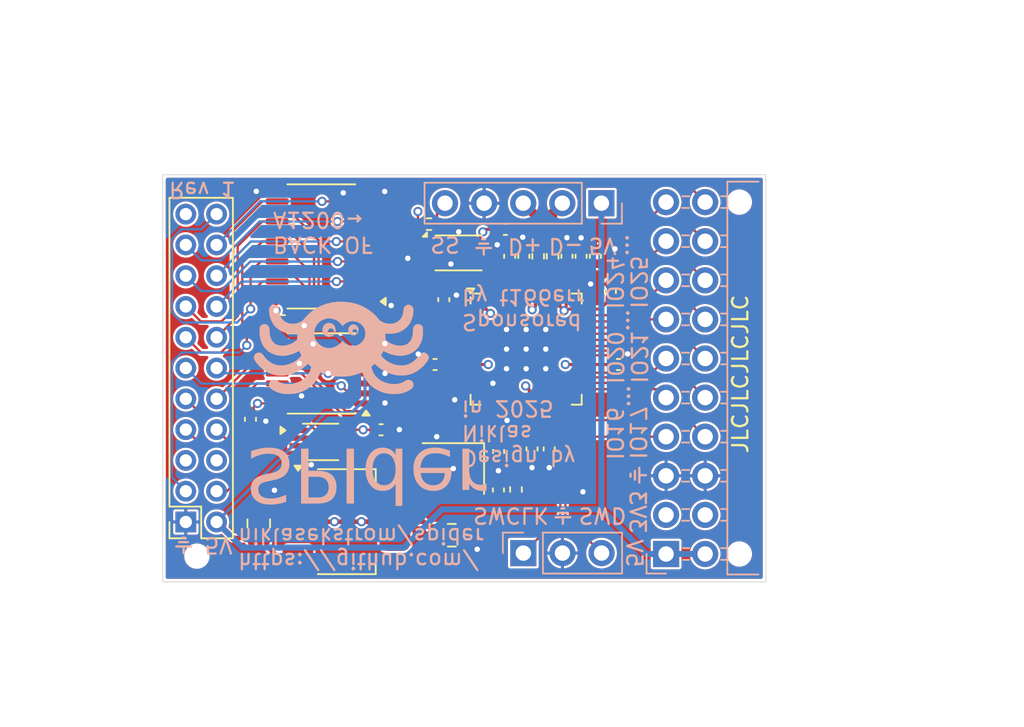
<source format=kicad_pcb>
(kicad_pcb (version 20240108) (generator "pcbnew") (generator_version "8.0")
  (title_block (title "SPIder Amiga clockport to SPI adapter") (date "2025-05-18") (rev "1") (company "Niklas Ekström"))
  (layers (0 "F.Cu" signal) (1 "In1.Cu" signal) (2 "In2.Cu" signal) (31 "B.Cu" signal) (34 "B.Paste" user) (35 "F.Paste" user) (36 "B.SilkS" user "B.Silkscreen") (37 "F.SilkS" user "F.Silkscreen") (38 "B.Mask" user) (39 "F.Mask" user) (44 "Edge.Cuts" user))
  (net 0 "")
  (net 1 "GND")
  (net 2 "+5V")
  (net 3 "+3V3")
  (net 4 "+1V1")
  (net 5 "USB_D+")
  (net 6 "USB_D-")
  (net 7 "XIN")
  (net 8 "SWCLK")
  (net 9 "Net-(C3-Pad1)")
  (net 13 "SWD")
  (net 14 "XOUT")
  (net 15 "Net-(U1-USB_DP)")
  (net 16 "5V_D4")
  (net 17 "5V_IORD")
  (net 18 "5V_A1")
  (net 19 "5V_D5")
  (net 20 "5V_D7")
  (net 21 "5V_INT6")
  (net 22 "5V_D3")
  (net 23 "5V_A3")
  (net 24 "5V_CS")
  (net 25 "5V_D0")
  (net 26 "5V_A0")
  (net 27 "5V_A2")
  (net 28 "5V_D6")
  (net 29 "5V_IOWR")
  (net 30 "5V_D1")
  (net 31 "5V_RESET")
  (net 32 "5V_D2")
  (net 33 "CP_D6")
  (net 34 "CP_A2")
  (net 35 "CP_D3")
  (net 36 "CP_D4")
  (net 37 "CP_D1")
  (net 38 "CP_A1")
  (net 39 "CP_D2")
  (net 40 "CP_A0")
  (net 41 "CP_A3")
  (net 42 "CP_D0")
  (net 43 "CP_D5")
  (net 44 "CP_D7")
  (net 45 "GPIO20")
  (net 46 "CP_INT6")
  (net 47 "CP_RESET")
  (net 48 "GPIO28")
  (net 49 "GPIO24")
  (net 50 "GPIO25")
  (net 51 "CP_WR")
  (net 52 "GPIO16")
  (net 53 "GPIO27")
  (net 54 "GPIO21")
  (net 55 "GPIO18")
  (net 56 "GPIO29")
  (net 57 "CP_RD")
  (net 58 "GPIO22")
  (net 59 "GPIO19")
  (net 60 "GPIO26")
  (net 61 "GPIO17")
  (net 62 "GPIO23")
  (net 63 "Net-(U1-USB_DM)")
  (net 65 "QSPI_SCLK")
  (net 66 "QSPI_SS")
  (net 67 "QSPI_SD2")
  (net 68 "QSPI_SD1")
  (net 69 "QSPI_SD0")
  (net 70 "QSPI_SD3")
  (footprint "Capacitor_SMD:C_0805_2012Metric" (layer "F.Cu") (at 95.17 112.09)
    (property "Reference" "C4" (hide yes))
    (property "Value" "10u")
  )
  (footprint "Capacitor_SMD:C_0402_1005Metric" (layer "F.Cu") (at 103.57 93.97 90)
    (property "Reference" "C10" (hide yes))
    (property "Value" "1u")
  )
  (footprint "Capacitor_SMD:C_0402_1005Metric" (layer "F.Cu") (at 102.65 93.97 90)
    (property "Reference" "C8" (hide yes))
    (property "Value" "1u")
  )
  (footprint "Capacitor_SMD:C_0402_1005Metric" (layer "F.Cu") (at 94.08 101 180)
    (property "Reference" "C13" (hide yes))
    (property "Value" "100n")
  )
  (footprint "Capacitor_SMD:C_0402_1005Metric" (layer "F.Cu") (at 99.85 93.97 90)
    (property "Reference" "C9" (hide yes))
    (property "Value" "100n")
  )
  (footprint "Capacitor_SMD:C_0402_1005Metric" (layer "F.Cu") (at 106 101)
    (property "Reference" "C12" (hide yes))
    (property "Value" "100n" (hide yes))
  )
  (footprint "Capacitor_SMD:C_0402_1005Metric" (layer "F.Cu") (at 100.381 106.485 -90)
    (property "Reference" "C14" (hide yes))
    (property "Value" "100n")
  )
  (footprint "Capacitor_SMD:C_0402_1005Metric" (layer "F.Cu") (at 101.5 106.485 -90)
    (property "Reference" "C7" (hide yes))
    (property "Value" "100n")
  )
  (footprint "Capacitor_SMD:C_0805_2012Metric" (layer "F.Cu") (at 82.63 111.32 90)
    (property "Reference" "C1" (hide yes))
    (property "Value" "10u")
  )
  (footprint "Capacitor_SMD:C_0402_1005Metric" (layer "F.Cu") (at 94.65 96.79 90)
    (property "Reference" "C11" (hide yes))
    (property "Value" "100n" (hide yes))
  )
  (footprint "Capacitor_SMD:C_0402_1005Metric" (layer "F.Cu") (at 104.5 93.97 90)
    (property "Reference" "C16" (hide yes))
    (property "Value" "100n")
  )
  (footprint "Capacitor_SMD:C_0402_1005Metric" (layer "F.Cu") (at 98.93 93.97 90)
    (property "Reference" "C6" (hide yes))
    (property "Value" "100n")
  )
  (footprint "Capacitor_SMD:C_0402_1005Metric" (layer "F.Cu") (at 105.47 96.26 90)
    (property "Reference" "C15" (hide yes))
    (property "Value" "100n" (hide yes))
  )
  (footprint "SPIder:TestPoint_Pad_D1.152mm" (layer "F.Cu") (at 113.85 90.45)
    (property "Reference" "REF**" (hide yes))
    (property "Value" "TestPoint_Pad_D1.152mm")
  )
  (footprint "Capacitor_SMD:C_0402_1005Metric" (layer "F.Cu") (at 90.575736 105.24)
    (property "Reference" "C20" (hide yes))
    (property "Value" "100n")
  )
  (footprint "SPIder:TestPoint_Pad_D1.152mm" (layer "F.Cu") (at 113.85 113.31)
    (property "Reference" "REF**" (hide yes))
    (property "Value" "TestPoint_Pad_D1.152mm")
  )
  (footprint "Connector_PinSocket_2.00mm:PinSocket_2x11_P2.00mm_Vertical" (layer "F.Cu") (at 77.89 111.23 180)
    (property "Reference" "J1" (hide yes))
    (property "Value" "Conn_02x11_Odd_Even")
  )
  (footprint "Capacitor_SMD:C_0402_1005Metric" (layer "F.Cu") (at 98.21 106.65 -90)
    (property "Reference" "C2" (hide yes))
    (property "Value" "15p")
  )
  (footprint "Package_DFN_QFN:QFN-56-1EP_7x7mm_P0.4mm_EP3.2x3.2mm" (layer "F.Cu") (at 100 100)
    (property "Reference" "U1" (hide yes))
    (property "Value" "RP2040")
  )
  (footprint "Package_SO:VSSOP-8_2.3x2mm_P0.5mm" (layer "F.Cu") (at 86.650736 106.03)
    (property "Reference" "IC3" (hide yes))
    (property "Value" "SN74LVC2G32DCUR")
  )
  (footprint "Capacitor_SMD:C_0402_1005Metric" (layer "F.Cu") (at 98.2 109.15 90)
    (property "Reference" "C3" (hide yes))
    (property "Value" "15p")
  )
  (footprint "Package_SON:Winbond_USON-8-1EP_3x2mm_P0.5mm_EP0.2x1.6mm" (layer "F.Cu") (at 95.61 93.75)
    (property "Reference" "IC4" (hide yes))
    (property "Value" "W25Q32RVXHJQ_TR")
  )
  (footprint "Crystal:Crystal_SMD_3225-4Pin_3.2x2.5mm" (layer "F.Cu") (at 95.27 107.76 180)
    (property "Reference" "Y1" (hide yes))
    (property "Value" "ABM8-272-T3" (hide yes))
  )
  (footprint "Resistor_SMD:R_0402_1005Metric" (layer "F.Cu") (at 101.72 93.97 -90)
    (property "Reference" "R3" (hide yes))
    (property "Value" "27")
  )
  (footprint "Resistor_SMD:R_0402_1005Metric" (layer "F.Cu") (at 93.69 91.88)
    (property "Reference" "R1" (hide yes))
    (property "Value" "10k")
  )
  (footprint "Package_SO:TSSOP-14_4.4x5mm_P0.65mm" (layer "F.Cu") (at 86.7 101.58 180)
    (property "Reference" "IC2" (hide yes))
    (property "Value" "SN74LVC125AIPWREP")
  )
  (footprint "Capacitor_SMD:C_0402_1005Metric" (layer "F.Cu") (at 84.23 98.15)
    (property "Reference" "C18" (hide yes))
    (property "Value" "100n")
  )
  (footprint "Capacitor_SMD:C_0402_1005Metric" (layer "F.Cu") (at 82.09 104.56 -90)
    (property "Reference" "C19" (hide yes))
    (property "Value" "100n")
  )
  (footprint "Resistor_SMD:R_0402_1005Metric" (layer "F.Cu") (at 100.78 93.97 -90)
    (property "Reference" "R2" (hide yes))
    (property "Value" "27")
  )
  (footprint "Package_TO_SOT_SMD:SOT-223" (layer "F.Cu") (at 88.32 111.21)
    (property "Reference" "IC5" (hide yes))
    (property "Value" "TLV1117LV33DCYR")
  )
  (footprint "SPIder:TestPoint_Pad_D1.152mm" (layer "F.Cu") (at 78.61 113.45)
    (property "Reference" "REF**" (hide yes))
    (property "Value" "TestPoint_Pad_D1.152mm")
  )
  (footprint "Package_SO:TSSOP-24_4.4x7.8mm_P0.65mm" (layer "F.Cu") (at 86.69 93.33 180)
    (property "Reference" "IC1" (hide yes))
    (property "Value" "SN74CBTD3384CPWR")
  )
  (footprint "Capacitor_SMD:C_0402_1005Metric" (layer "F.Cu") (at 98.65 92.22)
    (property "Reference" "C5" (hide yes))
    (property "Value" "100n")
  )
  (footprint "Resistor_SMD:R_0402_1005Metric" (layer "F.Cu") (at 99.34 109.12 -90)
    (property "Reference" "R5" (hide yes))
    (property "Value" "1k")
  )
  (footprint "SPIder:PinHeader_2x10_P2.54mm_Horizontal" (layer "B.Cu") (at 109.09 113.31)
    (property "Reference" "J2" (hide yes))
    (property "Value" "Conn_02x10_Odd_Even")
  )
  (footprint "SPIder:SPIder_Logo" (layer "B.Cu") (at 88.13 99.93)
    (property "Reference" "G***" (hide yes))
    (property "Value" "LOGO" (hide yes))
  )
  (footprint "Connector_PinHeader_2.54mm:PinHeader_1x05_P2.54mm_Vertical" (layer "B.Cu") (at 104.89 90.52 90)
    (property "Reference" "J4" (hide yes))
    (property "Value" "Conn_01x05")
  )
  (footprint "Connector_PinHeader_2.54mm:PinHeader_1x03_P2.54mm_Vertical" (layer "B.Cu") (at 99.82 113.25 -90)
    (property "Reference" "J3" (hide yes))
    (property "Value" "Conn_01x03")
  )
  (gr_poly (pts (xy 115.57 88.67) (xy 115.57 115.12) (xy 76.39 115.12) (xy 76.39 88.67)) (stroke (width 0.05)) (fill none) (layer "Edge.Cuts"))
  (gr_text "..." (at 106.74 92.43 90) (layer "B.SilkS") (effects (font (size 1 1)) (justify left bottom mirror)))
  (gr_text "IO21" (at 106.74 102.32 270) (layer "B.SilkS") (effects (font (size 1 1)) (justify left bottom mirror)))
  (gr_text "5V" (at 106.43 114.27 -90) (layer "B.SilkS") (effects (font (size 1 1)) (justify left bottom mirror)))
  (gr_text "SPIder" (at 81.79 105.87 180) (layer "B.SilkS") (effects (font (size 3.5 3.5)) (justify left bottom mirror)))
  (gr_text "5V" (at 79.01 112.15 180) (layer "B.SilkS") (effects (font (size 1 1)) (justify left bottom mirror)))
  (gr_text "SWD" (at 103.32 110.22 180) (layer "B.SilkS") (effects (font (size 1 1)) (justify left bottom mirror)))
  (gr_text "Rev 1" (at 76.7 89.06 180) (layer "B.SilkS") (effects (font (size 1 1)) (justify left bottom mirror)))
  (gr_text "IO24" (at 105.16 97.5 270) (layer "B.SilkS") (effects (font (size 1 1)) (justify left bottom mirror)))
  (gr_text "Sponsored\nby t166err" (at 95.74 96.04 180) (layer "B.SilkS") (effects (font (size 1 1)) (justify left bottom mirror)))
  (gr_text "D+" (at 98.71 92.74 180) (layer "B.SilkS") (effects (font (size 1 1)) (justify left bottom mirror)))
  (gr_text "⏚" (at 77.03 112.12 180) (layer "B.SilkS") (effects (font (size 1 1)) (justify left bottom mirror)))
  (gr_text "Design by\nNiklas\nin 2025" (at 95.73 103.26 180) (layer "B.SilkS") (effects (font (size 1 1)) (justify left bottom mirror)))
  (gr_text "IO25" (at 106.71 97.46 270) (layer "B.SilkS") (effects (font (size 1 1)) (justify left bottom mirror)))
  (gr_text "SWCLK" (at 96.46 110.22 180) (layer "B.SilkS") (effects (font (size 1 1)) (justify left bottom mirror)))
  (gr_text "3V3" (at 106.65 112.05 -90) (layer "B.SilkS") (effects (font (size 1 1)) (justify left bottom mirror)))
  (gr_text "⏚" (at 96.53 92.73 180) (layer "B.SilkS") (effects (font (size 1 1)) (justify left bottom mirror)))
  (gr_text "D-" (at 101.37 92.72 180) (layer "B.SilkS") (effects (font (size 1 1)) (justify left bottom mirror)))
  (gr_text "IO17" (at 106.67 107.25 -90) (layer "B.SilkS") (effects (font (size 1 1)) (justify left bottom mirror)))
  (gr_text "SS" (at 93.68 92.61 180) (layer "B.SilkS") (effects (font (size 1 1)) (justify left bottom mirror)))
  (gr_text "BACK OF\nA1200→" (at 83.46 91.01 180) (layer "B.SilkS") (effects (font (size 1 1)) (justify left bottom mirror)))
  (gr_text "IO20" (at 105.19 102.36 270) (layer "B.SilkS") (effects (font (size 1 1)) (justify left bottom mirror)))
  (gr_text "⏚" (at 101.67 110.22 180) (layer "B.SilkS") (effects (font (size 1 1)) (justify left bottom mirror)))
  (gr_text "5V" (at 103.96 92.69 180) (layer "B.SilkS") (effects (font (size 1 1)) (justify left bottom mirror)))
  (gr_text "⏚" (at 106.65 108.91 -90) (layer "B.SilkS") (effects (font (size 1 1)) (justify left bottom mirror)))
  (gr_text "..." (at 106.78 97.32 90) (layer "B.SilkS") (effects (font (size 1 1)) (justify left bottom mirror)))
  (gr_text "https://github.com/\nniklasekstrom/spider" (at 81.2 111.56 180) (layer "B.SilkS") (effects (font (size 1 1)) (justify left bottom mirror)))
  (gr_text "IO16" (at 105.16 107.29 -90) (layer "B.SilkS") (effects (font (size 1 1)) (justify left bottom mirror)))
  (gr_text "..." (at 106.83 102.25 90) (layer "B.SilkS") (effects (font (size 1 1)) (justify left bottom mirror)))
  (gr_text "JLCJLCJLCJLC" (at 114.5 106.86 90) (layer "F.SilkS") (effects (font (size 1 1)) (justify left bottom)))
  (via (at 100.38 107.7) (size 0.6) (drill 0.35) (layers "F.Cu" "B.Cu") (net 1))
  (via (at 101.275 100) (size 0.6) (drill 0.35) (layers "F.Cu" "B.Cu") (net 1))
  (via (at 100 98.725) (size 0.6) (drill 0.35) (layers "F.Cu" "B.Cu") (net 1))
  (via (at 95.62 92.38) (size 0.6) (drill 0.35) (layers "F.Cu" "B.Cu") (net 1))
  (via (at 98.2 107.9) (size 0.6) (drill 0.35) (layers "F.Cu" "B.Cu") (net 1))
  (via (at 98.725 101.275) (size 0.6) (drill 0.35) (layers "F.Cu" "B.Cu") (net 1))
  (via (at 99.78 92.73) (size 0.6) (drill 0.35) (layers "F.Cu" "B.Cu") (net 1))
  (via (at 83.09 104.68) (size 0.6) (drill 0.35) (layers "F.Cu" "B.Cu") (net 1))
  (via (at 95.36 103.29) (size 0.6) (drill 0.35) (layers "F.Cu" "B.Cu") (net 1))
  (via (at 88.12 89.85) (size 0.6) (drill 0.35) (layers "F.Cu" "B.Cu") (net 1))
  (via (at 106.59 100.31) (size 0.6) (drill 0.35) (layers "F.Cu" "B.Cu") (net 1))
  (via (at 101.275 98.725) (size 0.6) (drill 0.35) (layers "F.Cu" "B.Cu") (net 1))
  (via (at 90.81 89.76) (size 0.6) (drill 0.35) (layers "F.Cu" "B.Cu") (net 1))
  (via (at 85.41 103.04) (size 0.6) (drill 0.35) (layers "F.Cu" "B.Cu") (net 1))
  (via (at 91.23 97.17) (size 0.6) (drill 0.35) (layers "F.Cu" "B.Cu") (net 1))
  (via (at 95.27 107.76) (size 0.6) (drill 0.35) (layers "F.Cu" "B.Cu") (net 1))
  (via (at 102.65 92.76) (size 0.6) (drill 0.35) (layers "F.Cu" "B.Cu") (net 1))
  (via (at 101.5 107.7) (size 0.6) (drill 0.35) (layers "F.Cu" "B.Cu") (net 1))
  (via (at 103.69 109.27) (size 0.6) (drill 0.35) (layers "F.Cu" "B.Cu") (net 1))
  (via (at 101.275 101.275) (size 0.6) (drill 0.35) (layers "F.Cu" "B.Cu") (net 1))
  (via (at 82.47 89.75) (size 0.6) (drill 0.35) (layers "F.Cu" "B.Cu") (net 1))
  (via (at 97.84 102.22) (size 0.6) (drill 0.35) (layers "F.Cu" "B.Cu") (net 1))
  (via (at 92.99 100.32) (size 0.6) (drill 0.35) (layers "F.Cu" "B.Cu") (net 1))
  (via (at 103.57 92.77) (size 0.6) (drill 0.35) (layers "F.Cu" "B.Cu") (net 1))
  (via (at 98.725 100) (size 0.6) (drill 0.35) (layers "F.Cu" "B.Cu") (net 1))
  (via (at 90.83 101.58) (size 0.6) (drill 0.35) (layers "F.Cu" "B.Cu") (net 1))
  (via (at 94.19 105.69) (size 0.6) (drill 0.35) (layers "F.Cu" "B.Cu") (net 1))
  (via (at 100 100) (size 0.6) (drill 0.35) (layers "F.Cu" "B.Cu") (net 1))
  (via (at 86.16 99.66) (size 0.6) (drill 0.35) (layers "F.Cu" "B.Cu") (net 1))
  (via (at 85.27 100.93) (size 0.6) (drill 0.35) (layers "F.Cu" "B.Cu") (net 1))
  (via (at 98.76 104.63) (size 0.6) (drill 0.35) (layers "F.Cu" "B.Cu") (net 1))
  (via (at 95.47 96.49) (size 0.6) (drill 0.35) (layers "F.Cu" "B.Cu") (net 1))
  (via (at 90.83 103.5) (size 0.6) (drill 0.35) (layers "F.Cu" "B.Cu") (net 1))
  (via (at 85.58 98.47) (size 0.6) (drill 0.35) (layers "F.Cu" "B.Cu") (net 1))
  (via (at 95.11 94.47) (size 0.6) (drill 0.35) (layers "F.Cu" "B.Cu") (net 1))
  (via (at 98.12 93.22) (size 0.6) (drill 0.35) (layers "F.Cu" "B.Cu") (net 1))
  (via (at 92.31 94.1) (size 0.6) (drill 0.35) (layers "F.Cu" "B.Cu") (net 1))
  (via (at 100 101.275) (size 0.6) (drill 0.35) (layers "F.Cu" "B.Cu") (net 1))
  (via (at 105.77 93.49) (size 0.6) (drill 0.35) (layers "F.Cu" "B.Cu") (net 1))
  (via (at 83.65 109.17) (size 0.6) (drill 0.35) (layers "F.Cu" "B.Cu") (net 1))
  (via (at 98.725 98.725) (size 0.6) (drill 0.35) (layers "F.Cu" "B.Cu") (net 1))
  (via (at 86.04 107.51) (size 0.6) (drill 0.35) (layers "F.Cu" "B.Cu") (net 1))
  (via (at 91.765736 105.23) (size 0.6) (drill 0.35) (layers "F.Cu" "B.Cu") (net 1))
  (via (at 96.82 113) (size 0.6) (drill 0.35) (layers "F.Cu" "B.Cu") (net 1))
  (via (at 104.19 95.77) (size 0.6) (drill 0.35) (layers "F.Cu" "B.Cu") (net 1))
  (via (at 90.82 99.64) (size 0.6) (drill 0.35) (layers "F.Cu" "B.Cu") (net 1))
  (segment (start 83.752 96.905) (end 83.752 97.5) (width 0.15) (layer "F.Cu") (net 2))
  (segment (start 83.752 97.5) (end 83.752 98.148) (width 0.15) (layer "F.Cu") (net 2))
  (segment (start 83.87 113.51) (end 82.63 112.27) (width 0.3) (layer "F.Cu") (net 2))
  (segment (start 82.63 112.27) (end 80.93 112.27) (width 0.3) (layer "F.Cu") (net 2))
  (segment (start 80.93 112.27) (end 79.89 111.23) (width 0.3) (layer "F.Cu") (net 2))
  (segment (start 85.17 113.51) (end 83.87 113.51) (width 0.3) (layer "F.Cu") (net 2))
  (segment (start 83.752 98.148) (end 83.75 98.15) (width 0.15) (layer "F.Cu") (net 2))
  (via (at 83.752 97.5) (size 0.6) (drill 0.35) (layers "F.Cu" "B.Cu") (net 2))
  (segment (start 89.53 103.26) (end 88.66 104.13) (width 0.2) (layer "B.Cu") (net 2))
  (segment (start 89.53 100.92) (end 89.53 103.26) (width 0.2) (layer "B.Cu") (net 2))
  (segment (start 109.09 113.31) (end 111.63 113.31) (width 0.4) (layer "B.Cu") (net 2))
  (segment (start 107.79 113.31) (end 109.09 113.31) (width 0.4) (layer "B.Cu") (net 2))
  (segment (start 104.89 90.52) (end 104.89 110.41) (width 0.4) (layer "B.Cu") (net 2))
  (segment (start 86.99 104.13) (end 79.89 111.23) (width 0.2) (layer "B.Cu") (net 2))
  (segment (start 81.55 112.89) (end 79.89 111.23) (width 0.4) (layer "B.Cu") (net 2))
  (segment (start 87.71 99.1) (end 89.53 100.92) (width 0.2) (layer "B.Cu") (net 2))
  (segment (start 81.55 112.89) (end 92.05 112.89) (width 0.4) (layer "B.Cu") (net 2))
  (segment (start 94.53 110.41) (end 92.05 112.89) (width 0.4) (layer "B.Cu") (net 2))
  (segment (start 104.89 110.41) (end 94.53 110.41) (width 0.4) (layer "B.Cu") (net 2))
  (segment (start 83.752 98.182) (end 84.67 99.1) (width 0.2) (layer "B.Cu") (net 2))
  (segment (start 83.752 97.5) (end 83.752 98.182) (width 0.2) (layer "B.Cu") (net 2))
  (segment (start 88.66 104.13) (end 86.99 104.13) (width 0.2) (layer "B.Cu") (net 2))
  (segment (start 84.67 99.1) (end 87.71 99.1) (width 0.2) (layer "B.Cu") (net 2))
  (segment (start 104.89 110.41) (end 107.79 113.31) (width 0.4) (layer "B.Cu") (net 2))
  (segment (start 103.4375 97.4) (end 102.57 97.4) (width 0.2) (layer "F.Cu") (net 3))
  (segment (start 100.2 103.4375) (end 100.2 102.62) (width 0.2) (layer "F.Cu") (net 3))
  (segment (start 97.4 97.4) (end 97.68 97.68) (width 0.2) (layer "F.Cu") (net 3))
  (segment (start 88.945736 105.24) (end 88.905736 105.28) (width 0.15) (layer "F.Cu") (net 3))
  (segment (start 100.2 95.7) (end 100.2 96.5625) (width 0.2) (layer "F.Cu") (net 3))
  (segment (start 100.2 105.5055) (end 100.381 105.6865) (width 0.2) (layer "F.Cu") (net 3))
  (segment (start 103.4375 97.4) (end 104.81 97.4) (width 0.2) (layer "F.Cu") (net 3))
  (segment (start 100.6 95.799998) (end 100.350001 95.549999) (width 0.2) (layer "F.Cu") (net 3))
  (segment (start 102.6 97.37) (end 102.47 97.5) (width 0.2) (layer "F.Cu") (net 3))
  (segment (start 100.6 97.23) (end 100.39 97.44) (width 0.2) (layer "F.Cu") (net 3))
  (segment (start 98.17 92.22) (end 97.35 92.22) (width 0.2) (layer "F.Cu") (net 3))
  (segment (start 100.350001 95.549999) (end 99.85 95.049998) (width 0.2) (layer "F.Cu") (net 3))
  (segment (start 97.185 92.385) (end 97.01 92.56) (width 0.2) (layer "F.Cu") (net 3))
  (segment (start 85.17 111.21) (end 87.55 111.21) (width 0.3) (layer "F.Cu") (net 3))
  (segment (start 82.09 103.99) (end 82.55 103.53) (width 0.15) (layer "F.Cu") (net 3))
  (segment (start 104.5 94.45) (end 104.5 94.56) (width 0.2) (layer "F.Cu") (net 3))
  (segment (start 96.5625 97.4) (end 97.4 97.4) (width 0.2) (layer "F.Cu") (net 3))
  (segment (start 100.2 102.62) (end 99.97 102.39) (width 0.2) (layer "F.Cu") (net 3))
  (segment (start 100.2 103.4375) (end 100.2 105.5055) (width 0.2) (layer "F.Cu") (net 3))
  (segment (start 89.3 111.21) (end 91.47 111.21) (width 0.3) (layer "F.Cu") (net 3))
  (segment (start 100.2 96.5625) (end 100.2 97.25) (width 0.2) (layer "F.Cu") (net 3))
  (segment (start 91.47 111.21) (end 93.34 111.21) (width 0.3) (layer "F.Cu") (net 3))
  (segment (start 96.5625 97.4) (end 94.78 97.4) (width 0.2) (layer "F.Cu") (net 3))
  (segment (start 96.5625 101) (end 94.56 101) (width 0.2) (layer "F.Cu") (net 3))
  (segment (start 82.09 104.08) (end 82.09 103.99) (width 0.15) (layer "F.Cu") (net 3))
  (segment (start 92.97 91.67) (end 93.18 91.88) (width 0.15) (layer "F.Cu") (net 3))
  (segment (start 104.5 94.56) (end 104.01 95.05) (width 0.2) (layer "F.Cu") (net 3))
  (segment (start 102.6 96.5625) (end 102.6 97.37) (width 0.2) (layer "F.Cu") (net 3))
  (segment (start 102.2 96.5625) (end 102.2 97.23) (width 0.2) (layer "F.Cu") (net 3))
  (segment (start 99.85 95.049998) (end 99.85 94.45) (width 0.2) (layer "F.Cu") (net 3))
  (segment (start 104.81 97.4) (end 105.47 96.74) (width 0.2) (layer "F.Cu") (net 3))
  (segment (start 94.78 97.4) (end 94.65 97.27) (width 0.2) (layer "F.Cu") (net 3))
  (segment (start 83.762 103.53) (end 82.55 103.53) (width 0.15) (layer "F.Cu") (net 3))
  (segment (start 88.905736 105.28) (end 88.050736 105.28) (width 0.15) (layer "F.Cu") (net 3))
  (segment (start 102.6 96.01) (end 102.6 96.5625) (width 0.2) (layer "F.Cu") (net 3))
  (segment (start 89.41 105.24) (end 88.945736 105.24) (width 0.15) (layer "F.Cu") (net 3))
  (segment (start 100.6 96.5625) (end 100.6 95.799998) (width 0.2) (layer "F.Cu") (net 3))
  (segment (start 104.74 101) (end 104.9 101) (width 0.2) (layer "F.Cu") (net 3))
  (segment (start 87.55 111.21) (end 89.3 111.21) (width 0.3) (layer "F.Cu") (net 3))
  (segment (start 104.01 95.05) (end 103.56 95.05) (width 0.2) (layer "F.Cu") (net 3))
  (segment (start 103.4375 101) (end 104.74 101) (width 0.2) (layer "F.Cu") (net 3))
  (segment (start 97.01 92.56) (end 97.01 93) (width 0.2) (layer "F.Cu") (net 3))
  (segment (start 103.56 95.05) (end 102.6 96.01) (width 0.2) (layer "F.Cu") (net 3))
  (segment (start 90.095736 105.24) (end 89.41 105.24) (width 0.15) (layer "F.Cu") (net 3))
  (segment (start 103.57 94.51) (end 103.57 94.45) (width 0.2) (layer "F.Cu") (net 3))
  (segment (start 100.381 105.6865) (end 100.381 106) (width 0.2) (layer "F.Cu") (net 3))
  (segment (start 102.57 97.4) (end 102.47 97.5) (width 0.2) (layer "F.Cu") (net 3))
  (segment (start 100.350001 95.549999) (end 100.2 95.7) (width 0.2) (layer "F.Cu") (net 3))
  (segment (start 96.5625 101) (end 97.54 101) (width 0.2) (layer "F.Cu") (net 3))
  (segment (start 92.97 91.06) (end 92.97 91.67) (width 0.15) (layer "F.Cu") (net 3))
  (segment (start 97.35 92.22) (end 97.185 92.385) (width 0.2) (layer "F.Cu") (net 3))
  (segment (start 103.4375 101) (end 102.55 101) (width 0.2) (layer "F.Cu") (net 3))
  (segment (start 104.9 101) (end 105.52 101) (width 0.2) (layer "F.Cu") (net 3))
  (segment (start 100.6 96.5625) (end 100.6 97.23) (width 0.2) (layer "F.Cu") (net 3))
  (segment (start 93.34 111.21) (end 94.22 112.09) (width 0.3) (layer "F.Cu") (net 3))
  (segment (start 102.2 95.88) (end 103.57 94.51) (width 0.2) (layer "F.Cu") (net 3))
  (segment (start 100.2 97.25) (end 100.39 97.44) (width 0.2) (layer "F.Cu") (net 3))
  (segment (start 102.2 97.23) (end 102.47 97.5) (width 0.2) (layer "F.Cu") (net 3))
  (segment (start 102.2 96.5625) (end 102.2 95.88) (width 0.2) (layer "F.Cu") (net 3))
  (via (at 97.54 101) (size 0.6) (drill 0.35) (layers "F.Cu" "B.Cu") (net 3))
  (via (at 97.68 97.68) (size 0.6) (drill 0.35) (layers "F.Cu" "B.Cu") (net 3))
  (via (at 99.97 102.39) (size 0.6) (drill 0.35) (layers "F.Cu" "B.Cu") (net 3))
  (via (at 82.55 103.53) (size 0.6) (drill 0.35) (layers "F.Cu" "B.Cu") (net 3))
  (via (at 100.39 97.44) (size 0.6) (drill 0.35) (layers "F.Cu" "B.Cu") (net 3))
  (via (at 102.47 97.5) (size 0.6) (drill 0.35) (layers "F.Cu" "B.Cu") (net 3))
  (via (at 87.55 111.21) (size 0.6) (drill 0.35) (layers "F.Cu" "B.Cu") (net 3))
  (via (at 92.97 91.06) (size 0.6) (drill 0.35) (layers "F.Cu" "B.Cu") (net 3))
  (via (at 102.55 101) (size 0.6) (drill 0.35) (layers "F.Cu" "B.Cu") (net 3))
  (via (at 97.185 92.385) (size 0.6) (drill 0.35) (layers "F.Cu" "B.Cu") (net 3))
  (via (at 89.41 105.24) (size 0.6) (drill 0.35) (layers "F.Cu" "B.Cu") (net 3))
  (via (at 89.3 111.21) (size 0.6) (drill 0.35) (layers "F.Cu" "B.Cu") (net 3))
  (segment (start 100.6 102.95) (end 100.6 103.4375) (width 0.2) (layer "F.Cu") (net 4))
  (segment (start 101.8 98) (end 101.8 97.8) (width 0.3) (layer "F.Cu") (net 4))
  (segment (start 101.9 98.1) (end 101.8 98) (width 0.3) (layer "F.Cu") (net 4))
  (segment (start 101.5 105.9) (end 100.8 105.2) (width 0.2) (layer "F.Cu") (net 4))
  (segment (start 100.6 105) (end 100.8 105.2) (width 0.2) (layer "F.Cu") (net 4))
  (segment (start 101.9 101.9) (end 101.53 102.27) (width 0.3) (layer "F.Cu") (net 4))
  (segment (start 98.93 94.45) (end 98.93 94.64) (width 0.2) (layer "F.Cu") (net 4))
  (segment (start 101.53 102.27) (end 101.28 102.27) (width 0.3) (layer "F.Cu") (net 4))
  (segment (start 99.8 96.5625) (end 99.8 97.6) (width 0.2) (layer "F.Cu") (net 4))
  (segment (start 101.5 106) (end 101.5 105.9) (width 0.2) (layer "F.Cu") (net 4))
  (segment (start 101.9 98.1) (end 101.9 101.9) (width 0.3) (layer "F.Cu") (net 4))
  (segment (start 99.8 96.5625) (end 99.8 95.51) (width 0.2) (layer "F.Cu") (net 4))
  (segment (start 101.8 96.5625) (end 101.8 95.65) (width 0.2) (layer "F.Cu") (net 4))
  (segment (start 99.8 97.6) (end 99.8 97.89) (width 0.3) (layer "F.Cu") (net 4))
  (segment (start 100.01 98.1) (end 101.9 98.1) (width 0.3) (layer "F.Cu") (net 4))
  (segment (start 101.8 96.5625) (end 101.8 97.8) (width 0.2) (layer "F.Cu") (net 4))
  (segment (start 98.93 94.64) (end 99.8 95.51) (width 0.2) (layer "F.Cu") (net 4))
  (segment (start 101.28 102.27) (end 100.6 102.95) (width 0.2) (layer "F.Cu") (net 4))
  (segment (start 99.8 97.89) (end 100.01 98.1) (width 0.3) (layer "F.Cu") (net 4))
  (segment (start 102.65 94.8) (end 102.65 94.45) (width 0.2) (layer "F.Cu") (net 4))
  (segment (start 101.8 95.65) (end 102.65 94.8) (width 0.2) (layer "F.Cu") (net 4))
  (segment (start 100.6 103.4375) (end 100.6 105) (width 0.2) (layer "F.Cu") (net 4))
  (segment (start 100.78 93.46) (end 100.78 91.49) (width 0.6) (layer "F.Cu") (net 5))
  (segment (start 100.78 91.49) (end 99.81 90.52) (width 0.6) (layer "F.Cu") (net 5))
  (segment (start 101.72 91.15) (end 102.35 90.52) (width 0.6) (layer "F.Cu") (net 6))
  (segment (start 101.72 93.46) (end 101.72 91.15) (width 0.6) (layer "F.Cu") (net 6))
  (segment (start 98.21 106.17) (end 97.11 106.17) (width 0.15) (layer "F.Cu") (net 7))
  (segment (start 98.21 106.17) (end 99.4 104.98) (width 0.15) (layer "F.Cu") (net 7))
  (segment (start 97.11 106.17) (end 96.37 106.91) (width 0.15) (layer "F.Cu") (net 7))
  (segment (start 99.4 104.98) (end 99.4 104.78) (width 0.15) (layer "F.Cu") (net 7))
  (segment (start 99.4 103.4375) (end 99.4 104.78) (width 0.15) (layer "F.Cu") (net 7))
  (segment (start 102.22 105.6) (end 102.22 110.54) (width 0.15) (layer "F.Cu") (net 8))
  (segment (start 101 104.38) (end 102.22 105.6) (width 0.15) (layer "F.Cu") (net 8))
  (segment (start 102.22 110.85) (end 102.22 110.54) (width 0.15) (layer "F.Cu") (net 8))
  (segment (start 99.82 113.25) (end 102.22 110.85) (width 0.15) (layer "F.Cu") (net 8))
  (segment (start 101 103.4375) (end 101 104.38) (width 0.15) (layer "F.Cu") (net 8))
  (segment (start 99.34 109.63) (end 98.2 109.63) (width 0.15) (layer "F.Cu") (net 9))
  (segment (start 94.17 108.61) (end 94.17 108.9) (width 0.15) (layer "F.Cu") (net 9))
  (segment (start 94.17 108.9) (end 95.08 109.81) (width 0.15) (layer "F.Cu") (net 9))
  (segment (start 95.08 109.81) (end 98.02 109.81) (width 0.15) (layer "F.Cu") (net 9))
  (segment (start 98.02 109.81) (end 98.2 109.63) (width 0.15) (layer "F.Cu") (net 9))
  (segment (start 102.55 110.9) (end 102.55 110.44) (width 0.15) (layer "F.Cu") (net 13))
  (segment (start 101.4 104.355736) (end 102.55 105.505736) (width 0.15) (layer "F.Cu") (net 13))
  (segment (start 104.9 113.25) (end 102.55 110.9) (width 0.15) (layer "F.Cu") (net 13))
  (segment (start 102.55 110.44) (end 102.55 110.76) (width 0.15) (layer "F.Cu") (net 13))
  (segment (start 101.4 103.4375) (end 101.4 104.355736) (width 0.15) (layer "F.Cu") (net 13))
  (segment (start 102.55 105.505736) (end 102.55 110.44) (width 0.15) (layer "F.Cu") (net 13))
  (segment (start 99.34 105.71) (end 99.8 105.25) (width 0.15) (layer "F.Cu") (net 14))
  (segment (start 99.8 105.25) (end 99.8 103.4375) (width 0.15) (layer "F.Cu") (net 14))
  (segment (start 99.34 108.61) (end 99.34 105.71) (width 0.15) (layer "F.Cu") (net 14))
  (segment (start 100.78 95.14) (end 101 95.36) (width 0.15) (layer "F.Cu") (net 15))
  (segment (start 101 95.36) (end 101 96.5625) (width 0.15) (layer "F.Cu") (net 15))
  (segment (start 100.78 94.48) (end 100.78 95.14) (width 0.15) (layer "F.Cu") (net 15))
  (segment (start 87.685 95.605) (end 87.68 95.61) (width 0.15) (layer "F.Cu") (net 16))
  (segment (start 89.628 95.605) (end 87.685 95.605) (width 0.15) (layer "F.Cu") (net 16))
  (via (at 87.68 95.61) (size 0.6) (drill 0.35) (layers "F.Cu" "B.Cu") (net 16))
  (segment (start 87.68 95.61) (end 81.53 95.61) (width 0.15) (layer "B.Cu") (net 16))
  (segment (start 81.52 95.62) (end 81.51 95.61) (width 0.15) (layer "B.Cu") (net 16))
  (segment (start 79.89 97.23) (end 81.51 95.61) (width 0.15) (layer "B.Cu") (net 16))
  (segment (start 81.53 95.61) (end 81.52 95.62) (width 0.15) (layer "B.Cu") (net 16))
  (segment (start 84.085736 105.28) (end 83.125736 106.24) (width 0.15) (layer "F.Cu") (net 17))
  (segment (start 85.250736 105.28) (end 84.085736 105.28) (width 0.15) (layer "F.Cu") (net 17))
  (segment (start 83.125736 106.24) (end 78.9 106.24) (width 0.15) (layer "F.Cu") (net 17))
  (segment (start 78.9 106.24) (end 77.89 105.23) (width 0.15) (layer "F.Cu") (net 17))
  (segment (start 88.49 102.88) (end 87.99 102.38) (width 0.15) (layer "F.Cu") (net 18))
  (segment (start 89.638 102.88) (end 88.49 102.88) (width 0.15) (layer "F.Cu") (net 18))
  (via (at 87.99 102.38) (size 0.6) (drill 0.35) (layers "F.Cu" "B.Cu") (net 18))
  (segment (start 87.85 102.24) (end 87.99 102.38) (width 0.15) (layer "B.Cu") (net 18))
  (segment (start 77.89 101.23) (end 78.9 102.24) (width 0.15) (layer "B.Cu") (net 18))
  (segment (start 78.9 102.24) (end 87.85 102.24) (width 0.15) (layer "B.Cu") (net 18))
  (segment (start 80.21 98.2) (end 78.86 98.2) (width 0.15) (layer "F.Cu") (net 19))
  (segment (start 82.8645 90.405) (end 80.96 92.3095) (width 0.15) (layer "F.Cu") (net 19))
  (segment (start 83.752 90.405) (end 82.8645 90.405) (width 0.15) (layer "F.Cu") (net 19))
  (segment (start 80.96 97.45) (end 80.21 98.2) (width 0.15) (layer "F.Cu") (net 19))
  (segment (start 80.96 92.3095) (end 80.96 97.45) (width 0.15) (layer "F.Cu") (net 19))
  (segment (start 78.86 98.2) (end 77.89 97.23) (width 0.15) (layer "F.Cu") (net 19))
  (segment (start 81.56 98.832793) (end 80.172793 100.22) (width 0.15) (layer "F.Cu") (net 20))
  (segment (start 83.752 93.005) (end 82.8645 93.005) (width 0.15) (layer "F.Cu") (net 20))
  (segment (start 82.8645 93.005) (end 81.56 94.3095) (width 0.15) (layer "F.Cu") (net 20))
  (segment (start 80.172793 100.22) (end 78.88 100.22) (width 0.15) (layer "F.Cu") (net 20))
  (segment (start 78.88 100.22) (end 77.89 99.23) (width 0.15) (layer "F.Cu") (net 20))
  (segment (start 81.56 94.3095) (end 81.56 98.832793) (width 0.15) (layer "F.Cu") (net 20))
  (segment (start 83.752 95.605) (end 82.8645 95.605) (width 0.15) (layer "F.Cu") (net 21))
  (segment (start 82.8645 95.605) (end 82.65 95.8195) (width 0.15) (layer "F.Cu") (net 21))
  (segment (start 82.65 95.8195) (end 82.65 98.52) (width 0.15) (layer "F.Cu") (net 21))
  (segment (start 81.85 99.32) (end 81.85 99.75) (width 0.15) (layer "F.Cu") (net 21))
  (segment (start 82.65 98.52) (end 81.85 99.32) (width 0.15) (layer "F.Cu") (net 21))
  (via (at 81.85 99.75) (size 0.6) (drill 0.35) (layers "F.Cu" "B.Cu") (net 21))
  (segment (start 76.99 100.857207) (end 77.627207 100.22) (width 0.15) (layer "B.Cu") (net 21))
  (segment (start 76.99 108.33) (end 76.99 100.857207) (width 0.15) (layer "B.Cu") (net 21))
  (segment (start 77.627207 100.22) (end 81.38 100.22) (width 0.15) (layer "B.Cu") (net 21))
  (segment (start 77.89 109.23) (end 76.99 108.33) (width 0.15) (layer "B.Cu") (net 21))
  (segment (start 81.38 100.22) (end 81.85 99.75) (width 0.15) (layer "B.Cu") (net 21))
  (segment (start 89.628 94.305) (end 87.755 94.305) (width 0.15) (layer "F.Cu") (net 22))
  (segment (start 87.755 94.305) (end 87.75 94.31) (width 0.15) (layer "F.Cu") (net 22))
  (via (at 87.75 94.31) (size 0.6) (drill 0.35) (layers "F.Cu" "B.Cu") (net 22))
  (segment (start 82.082793 94.31) (end 87.75 94.31) (width 0.15) (layer "B.Cu") (net 22))
  (segment (start 80.162793 96.23) (end 82.082793 94.31) (width 0.15) (layer "B.Cu") (net 22))
  (segment (start 78.89 96.23) (end 80.162793 96.23) (width 0.15) (layer "B.Cu") (net 22))
  (segment (start 77.89 95.23) (end 78.89 96.23) (width 0.15) (layer "B.Cu") (net 22))
  (segment (start 78.95 104.29) (end 80.46 104.29) (width 0.15) (layer "F.Cu") (net 23))
  (segment (start 82.52 102.23) (end 83.762 102.23) (width 0.15) (layer "F.Cu") (net 23))
  (segment (start 80.46 104.29) (end 82.52 102.23) (width 0.15) (layer "F.Cu") (net 23))
  (segment (start 77.89 103.23) (end 78.95 104.29) (width 0.15) (layer "F.Cu") (net 23))
  (segment (start 87.150736 106.78) (end 88.050736 106.78) (width 0.15) (layer "F.Cu") (net 24))
  (segment (start 80.56 109.23) (end 79.89 109.23) (width 0.15) (layer "F.Cu") (net 24))
  (segment (start 86.150736 105.78) (end 87.150736 106.78) (width 0.15) (layer "F.Cu") (net 24))
  (segment (start 84.01 105.78) (end 80.56 109.23) (width 0.15) (layer "F.Cu") (net 24))
  (segment (start 85.250736 105.78) (end 86.150736 105.78) (width 0.15) (layer "F.Cu") (net 24))
  (segment (start 85.250736 105.78) (end 84.01 105.78) (width 0.15) (layer "F.Cu") (net 24))
  (segment (start 89.628 90.405) (end 86.745 90.405) (width 0.15) (layer "F.Cu") (net 25))
  (segment (start 86.615 90.405) (end 86.61 90.4) (width 0.15) (layer "F.Cu") (net 25))
  (segment (start 86.745 90.405) (end 86.74 90.4) (width 0.15) (layer "F.Cu") (net 25))
  (via (at 86.74 90.4) (size 0.6) (drill 0.35) (layers "F.Cu" "B.Cu") (net 25))
  (segment (start 82.72 90.4) (end 86.74 90.4) (width 0.15) (layer "B.Cu") (net 25))
  (segment (start 82.72 90.4) (end 79.89 93.23) (width 0.15) (layer "B.Cu") (net 25))
  (segment (start 87.79 100.93) (end 87.14 101.58) (width 0.15) (layer "F.Cu") (net 26))
  (segment (start 89.638 100.93) (end 87.79 100.93) (width 0.15) (layer "F.Cu") (net 26))
  (via (at 87.14 101.58) (size 0.6) (drill 0.35) (layers "F.Cu" "B.Cu") (net 26))
  (segment (start 80.23 101.57) (end 87.26 101.57) (width 0.15) (layer "B.Cu") (net 26))
  (segment (start 79.89 101.23) (end 80.23 101.57) (width 0.15) (layer "B.Cu") (net 26))
  (segment (start 83.762 100.28) (end 82.84 100.28) (width 0.15) (layer "F.Cu") (net 27))
  (segment (start 82.84 100.28) (end 79.89 103.23) (width 0.15) (layer "F.Cu") (net 27))
  (segment (start 83.752 91.705) (end 82.8645 91.705) (width 0.15) (layer "F.Cu") (net 28))
  (segment (start 81.26 97.86) (end 79.89 99.23) (width 0.15) (layer "F.Cu") (net 28))
  (segment (start 81.26 93.3095) (end 81.26 97.86) (width 0.15) (layer "F.Cu") (net 28))
  (segment (start 82.8645 91.705) (end 81.26 93.3095) (width 0.15) (layer "F.Cu") (net 28))
  (segment (start 87.325736 106.28) (end 85.925736 104.88) (width 0.15) (layer "F.Cu") (net 29))
  (segment (start 85.925736 104.88) (end 83.99 104.88) (width 0.15) (layer "F.Cu") (net 29))
  (segment (start 83.99 104.88) (end 82.93 105.94) (width 0.15) (layer "F.Cu") (net 29))
  (segment (start 80.6 105.94) (end 79.89 105.23) (width 0.15) (layer "F.Cu") (net 29))
  (segment (start 82.93 105.94) (end 80.6 105.94) (width 0.15) (layer "F.Cu") (net 29))
  (segment (start 88.050736 106.28) (end 87.325736 106.28) (width 0.15) (layer "F.Cu") (net 29))
  (segment (start 89.628 91.705) (end 87.745 91.705) (width 0.15) (layer "F.Cu") (net 30))
  (segment (start 87.745 91.705) (end 87.74 91.71) (width 0.15) (layer "F.Cu") (net 30))
  (via (at 87.74 91.71) (size 0.6) (drill 0.35) (layers "F.Cu" "B.Cu") (net 30))
  (segment (start 77.89 93.23) (end 78.9 94.24) (width 0.15) (layer "B.Cu") (net 30))
  (segment (start 82.682793 91.71) (end 87.74 91.71) (width 0.15) (layer "B.Cu") (net 30))
  (segment (start 80.152793 94.24) (end 82.682793 91.71) (width 0.15) (layer "B.Cu") (net 30))
  (segment (start 79.98 94.24) (end 80.152793 94.24) (width 0.15) (layer "B.Cu") (net 30))
  (segment (start 78.9 94.24) (end 79.98 94.24) (width 0.15) (layer "B.Cu") (net 30))
  (segment (start 82.1 97.39) (end 82.1 94.97) (width 0.15) (layer "F.Cu") (net 31))
  (segment (start 82.1 94.97) (end 82.765 94.305) (width 0.15) (layer "F.Cu") (net 31))
  (segment (start 82.765 94.305) (end 83.752 94.305) (width 0.15) (layer "F.Cu") (net 31))
  (via (at 82.1 97.39) (size 0.6) (drill 0.35) (layers "F.Cu" "B.Cu") (net 31))
  (segment (start 79.89 91.23) (end 78.91 92.21) (width 0.15) (layer "B.Cu") (net 31))
  (segment (start 77.6 92.21) (end 76.99 92.82) (width 0.15) (layer "B.Cu") (net 31))
  (segment (start 76.99 92.82) (end 76.99 97.602793) (width 0.15) (layer "B.Cu") (net 31))
  (segment (start 76.99 97.602793) (end 77.657207 98.27) (width 0.15) (layer "B.Cu") (net 31))
  (segment (start 82.1 97.39) (end 81.22 98.27) (width 0.15) (layer "B.Cu") (net 31))
  (segment (start 81.22 98.27) (end 81.05 98.27) (width 0.15) (layer "B.Cu") (net 31))
  (segment (start 77.657207 98.27) (end 81.05 98.27) (width 0.15) (layer "B.Cu") (net 31))
  (segment (start 78.91 92.21) (end 77.6 92.21) (width 0.15) (layer "B.Cu") (net 31))
  (segment (start 89.628 93.005) (end 87.675 93.005) (width 0.15) (layer "F.Cu") (net 32))
  (segment (start 87.675 93.005) (end 87.67 93.01) (width 0.15) (layer "F.Cu") (net 32))
  (via (at 87.67 93.01) (size 0.6) (drill 0.35) (layers "F.Cu" "B.Cu") (net 32))
  (segment (start 79.89 95.23) (end 82.11 93.01) (width 0.15) (layer "B.Cu") (net 32))
  (segment (start 82.11 93.01) (end 87.67 93.01) (width 0.15) (layer "B.Cu") (net 32))
  (segment (start 94.124264 100.13) (end 95.73 100.13) (width 0.15) (layer "F.Cu") (net 33))
  (segment (start 92.004264 98.01) (end 94.124264 100.13) (width 0.15) (layer "F.Cu") (net 33))
  (segment (start 86.22 93.9355) (end 86.22 96.667208) (width 0.15) (layer "F.Cu") (net 33))
  (segment (start 87.562792 98.01) (end 92.004264 98.01) (width 0.15) (layer "F.Cu") (net 33))
  (segment (start 86.22 96.667208) (end 87.562792 98.01) (width 0.15) (layer "F.Cu") (net 33))
  (segment (start 84.6395 92.355) (end 86.22 93.9355) (width 0.15) (layer "F.Cu") (net 33))
  (segment (start 95.8 100.2) (end 96.5625 100.2) (width 0.15) (layer "F.Cu") (net 33))
  (segment (start 95.73 100.13) (end 95.8 100.2) (width 0.15) (layer "F.Cu") (net 33))
  (segment (start 83.752 92.355) (end 84.6395 92.355) (width 0.15) (layer "F.Cu") (net 33))
  (segment (start 85.34 99.63) (end 86.22 100.51) (width 0.15) (layer "F.Cu") (net 34))
  (segment (start 83.762 99.63) (end 85.34 99.63) (width 0.15) (layer "F.Cu") (net 34))
  (segment (start 86.22 100.51) (end 86.22 101.975736) (width 0.15) (layer "F.Cu") (net 34))
  (segment (start 97.29 104.03) (end 97.4 103.92) (width 0.15) (layer "F.Cu") (net 34))
  (segment (start 88.274264 104.03) (end 97.29 104.03) (width 0.15) (layer "F.Cu") (net 34))
  (segment (start 97.4 103.92) (end 97.4 103.4375) (width 0.15) (layer "F.Cu") (net 34))
  (segment (start 86.22 101.975736) (end 88.274264 104.03) (width 0.15) (layer "F.Cu") (net 34))
  (segment (start 90.82 95.552944) (end 94.267056 99) (width 0.15) (layer "F.Cu") (net 35))
  (segment (start 90.82 95.2) (end 90.82 95.552944) (width 0.15) (layer "F.Cu") (net 35))
  (segment (start 90.575 94.955) (end 90.82 95.2) (width 0.15) (layer "F.Cu") (net 35))
  (segment (start 89.628 94.955) (end 90.575 94.955) (width 0.15) (layer "F.Cu") (net 35))
  (segment (start 94.267056 99) (end 96.5625 99) (width 0.15) (layer "F.Cu") (net 35))
  (segment (start 94.242792 99.4) (end 96.5625 99.4) (width 0.15) (layer "F.Cu") (net 36))
  (segment (start 89.628 96.255) (end 91.097792 96.255) (width 0.15) (layer "F.Cu") (net 36))
  (segment (start 91.097792 96.255) (end 94.242792 99.4) (width 0.15) (layer "F.Cu") (net 36))
  (segment (start 91.42 95.304416) (end 94.315584 98.2) (width 0.15) (layer "F.Cu") (net 37))
  (segment (start 90.5155 92.355) (end 91.42 93.2595) (width 0.15) (layer "F.Cu") (net 37))
  (segment (start 91.42 93.2595) (end 91.42 95.304416) (width 0.15) (layer "F.Cu") (net 37))
  (segment (start 89.628 92.355) (end 90.5155 92.355) (width 0.15) (layer "F.Cu") (net 37))
  (segment (start 94.315584 98.2) (end 96.5625 98.2) (width 0.15) (layer "F.Cu") (net 37))
  (segment (start 91.19 102.6) (end 96.5625 102.6) (width 0.15) (layer "F.Cu") (net 38))
  (segment (start 89.638 102.23) (end 90.82 102.23) (width 0.15) (layer "F.Cu") (net 38))
  (segment (start 90.82 102.23) (end 91.19 102.6) (width 0.15) (layer "F.Cu") (net 38))
  (segment (start 94.29132 98.6) (end 96.5625 98.6) (width 0.15) (layer "F.Cu") (net 39))
  (segment (start 89.628 93.655) (end 90.5155 93.655) (width 0.15) (layer "F.Cu") (net 39))
  (segment (start 91.12 94.2595) (end 91.12 95.42868) (width 0.15) (layer "F.Cu") (net 39))
  (segment (start 90.5155 93.655) (end 91.12 94.2595) (width 0.15) (layer "F.Cu") (net 39))
  (segment (start 91.12 95.42868) (end 94.29132 98.6) (width 0.15) (layer "F.Cu") (net 39))
  (segment (start 91.06 100.28) (end 89.638 100.28) (width 0.15) (layer "F.Cu") (net 40))
  (segment (start 92.98 102.2) (end 96.5625 102.2) (width 0.15) (layer "F.Cu") (net 40))
  (segment (start 91.06 100.28) (end 92.98 102.2) (width 0.15) (layer "F.Cu") (net 40))
  (segment (start 85.4 101.58) (end 88.15 104.33) (width 0.15) (layer "F.Cu") (net 41))
  (segment (start 88.15 104.33) (end 97.414264 104.33) (width 0.15) (layer "F.Cu") (net 41))
  (segment (start 85.4 101.58) (end 83.762 101.58) (width 0.15) (layer "F.Cu") (net 41))
  (segment (start 97.414264 104.33) (end 97.8 103.944264) (width 0.15) (layer "F.Cu") (net 41))
  (segment (start 97.8 103.944264) (end 97.8 103.4375) (width 0.15) (layer "F.Cu") (net 41))
  (segment (start 91.72 95.180152) (end 94.339848 97.8) (width 0.15) (layer "F.Cu") (net 42))
  (segment (start 94.339848 97.8) (end 96.5625 97.8) (width 0.15) (layer "F.Cu") (net 42))
  (segment (start 91.72 92.2595) (end 91.72 95.180152) (width 0.15) (layer "F.Cu") (net 42))
  (segment (start 90.5155 91.055) (end 91.72 92.2595) (width 0.15) (layer "F.Cu") (net 42))
  (segment (start 89.628 91.055) (end 90.5155 91.055) (width 0.15) (layer "F.Cu") (net 42))
  (segment (start 86.52 96.542944) (end 87.687056 97.71) (width 0.15) (layer "F.Cu") (net 43))
  (segment (start 83.752 91.055) (end 84.6395 91.055) (width 0.15) (layer "F.Cu") (net 43))
  (segment (start 86.52 92.9355) (end 86.52 96.542944) (width 0.15) (layer "F.Cu") (net 43))
  (segment (start 84.6395 91.055) (end 86.52 92.9355) (width 0.15) (layer "F.Cu") (net 43))
  (segment (start 87.687056 97.71) (end 92.128528 97.71) (width 0.15) (layer "F.Cu") (net 43))
  (segment (start 94.218528 99.8) (end 96.5625 99.8) (width 0.15) (layer "F.Cu") (net 43))
  (segment (start 92.128528 97.71) (end 94.218528 99.8) (width 0.15) (layer "F.Cu") (net 43))
  (segment (start 95.76 100.6) (end 96.5625 100.6) (width 0.15) (layer "F.Cu") (net 44))
  (segment (start 95.59 100.43) (end 95.76 100.6) (width 0.15) (layer "F.Cu") (net 44))
  (segment (start 84.6395 93.655) (end 85.92 94.9355) (width 0.15) (layer "F.Cu") (net 44))
  (segment (start 94 100.43) (end 95.59 100.43) (width 0.15) (layer "F.Cu") (net 44))
  (segment (start 91.88 98.31) (end 94 100.43) (width 0.15) (layer "F.Cu") (net 44))
  (segment (start 85.92 96.791472) (end 87.438528 98.31) (width 0.15) (layer "F.Cu") (net 44))
  (segment (start 85.92 94.9355) (end 85.92 96.791472) (width 0.15) (layer "F.Cu") (net 44))
  (segment (start 87.438528 98.31) (end 91.88 98.31) (width 0.15) (layer "F.Cu") (net 44))
  (segment (start 83.752 93.655) (end 84.6395 93.655) (width 0.15) (layer "F.Cu") (net 44))
  (segment (start 104.255 101.835) (end 104.22 101.8) (width 0.15) (layer "F.Cu") (net 45))
  (segment (start 107.865 101.835) (end 104.255 101.835) (width 0.15) (layer "F.Cu") (net 45))
  (segment (start 104.22 101.8) (end 103.4375 101.8) (width 0.15) (layer "F.Cu") (net 45))
  (segment (start 109.09 100.61) (end 107.865 101.835) (width 0.15) (layer "F.Cu") (net 45))
  (segment (start 91.47 100.264264) (end 93.040736 101.835) (width 0.15) (layer "F.Cu") (net 46))
  (segment (start 95.89 101.8) (end 96.5625 101.8) (width 0.15) (layer "F.Cu") (net 46))
  (segment (start 83.752 96.255) (end 84.535 96.255) (width 0.15) (layer "F.Cu") (net 46))
  (segment (start 87.19 98.91) (end 90.835736 98.91) (width 0.15) (layer "F.Cu") (net 46))
  (segment (start 91.47 99.544264) (end 91.47 100.264264) (width 0.15) (layer "F.Cu") (net 46))
  (segment (start 90.835736 98.91) (end 91.47 99.544264) (width 0.15) (layer "F.Cu") (net 46))
  (segment (start 95.855 101.835) (end 95.89 101.8) (width 0.15) (layer "F.Cu") (net 46))
  (segment (start 93.040736 101.835) (end 95.855 101.835) (width 0.15) (layer "F.Cu") (net 46))
  (segment (start 84.535 96.255) (end 87.19 98.91) (width 0.15) (layer "F.Cu") (net 46))
  (segment (start 95.685 101.535) (end 95.82 101.4) (width 0.15) (layer "F.Cu") (net 47))
  (segment (start 91.77 100.14) (end 93.165 101.535) (width 0.15) (layer "F.Cu") (net 47))
  (segment (start 93.165 101.535) (end 95.685 101.535) (width 0.15) (layer "F.Cu") (net 47))
  (segment (start 85.62 96.915736) (end 87.314264 98.61) (width 0.15) (layer "F.Cu") (net 47))
  (segment (start 84.6395 94.955) (end 85.62 95.9355) (width 0.15) (layer "F.Cu") (net 47))
  (segment (start 95.82 101.4) (end 96.5625 101.4) (width 0.15) (layer "F.Cu") (net 47))
  (segment (start 87.314264 98.61) (end 90.96 98.61) (width 0.15) (layer "F.Cu") (net 47))
  (segment (start 91.77 99.42) (end 91.77 100.14) (width 0.15) (layer "F.Cu") (net 47))
  (segment (start 90.96 98.61) (end 91.77 99.42) (width 0.15) (layer "F.Cu") (net 47))
  (segment (start 85.62 95.9355) (end 85.62 96.915736) (width 0.15) (layer "F.Cu") (net 47))
  (segment (start 83.752 94.955) (end 84.6395 94.955) (width 0.15) (layer "F.Cu") (net 47))
  (segment (start 109.09 90.45) (end 106.92 92.62) (width 0.15) (layer "F.Cu") (net 48))
  (segment (start 105.264332 98.2) (end 103.4375 98.2) (width 0.15) (layer "F.Cu") (net 48))
  (segment (start 106.92 92.62) (end 106.92 96.544332) (width 0.15) (layer "F.Cu") (net 48))
  (segment (start 106.92 96.544332) (end 105.264332 98.2) (width 0.15) (layer "F.Cu") (net 48))
  (segment (start 108.31 96.31) (end 109.09 95.53) (width 0.15) (layer "F.Cu") (net 49))
  (segment (start 105.361388 99.8) (end 108.31 96.851388) (width 0.15) (layer "F.Cu") (net 49))
  (segment (start 108.31 96.851388) (end 108.31 96.31) (width 0.15) (layer "F.Cu") (net 49))
  (segment (start 103.4375 99.8) (end 105.361388 99.8) (width 0.15) (layer "F.Cu") (net 49))
  (segment (start 107.82 95.27972) (end 107.82 96.917124) (width 0.15) (layer "F.Cu") (net 50))
  (segment (start 108.64472 94.455) (end 107.82 95.27972) (width 0.15) (layer "F.Cu") (net 50))
  (segment (start 111.63 95.53) (end 110.555 94.455) (width 0.15) (layer "F.Cu") (net 50))
  (segment (start 110.555 94.455) (end 108.64472 94.455) (width 0.15) (layer "F.Cu") (net 50))
  (segment (start 105.337124 99.4) (end 103.4375 99.4) (width 0.15) (layer "F.Cu") (net 50))
  (segment (start 107.82 96.917124) (end 105.337124 99.4) (width 0.15) (layer "F.Cu") (net 50))
  (segment (start 98.6 103.992792) (end 97.662792 104.93) (width 0.15) (layer "F.Cu") (net 51))
  (segment (start 98.6 103.4375) (end 98.6 103.992792) (width 0.15) (layer "F.Cu") (net 51))
  (segment (start 86.88137 107.18) (end 85.98137 106.28) (width 0.15) (layer "F.Cu") (net 51))
  (segment (start 91.17 107.18) (end 86.88137 107.18) (width 0.15) (layer "F.Cu") (net 51))
  (segment (start 85.98137 106.28) (end 85.250736 106.28) (width 0.15) (layer "F.Cu") (net 51))
  (segment (start 97.662792 104.93) (end 93.42 104.93) (width 0.15) (layer "F.Cu") (net 51))
  (segment (start 93.42 104.93) (end 91.17 107.18) (width 0.15) (layer "F.Cu") (net 51))
  (segment (start 102.2 104.07) (end 102.2 103.4375) (width 0.15) (layer "F.Cu") (net 52))
  (segment (start 103.82 105.69) (end 102.2 104.07) (width 0.15) (layer "F.Cu") (net 52))
  (segment (start 109.09 105.69) (end 103.82 105.69) (width 0.15) (layer "F.Cu") (net 52))
  (segment (start 105.288596 98.6) (end 103.4375 98.6) (width 0.15) (layer "F.Cu") (net 53))
  (segment (start 108.64472 91.915) (end 107.22 93.33972) (width 0.15) (layer "F.Cu") (net 53))
  (segment (start 110.555 91.915) (end 108.64472 91.915) (width 0.15) (layer "F.Cu") (net 53))
  (segment (start 107.22 96.668596) (end 105.288596 98.6) (width 0.15) (layer "F.Cu") (net 53))
  (segment (start 107.22 93.33972) (end 107.22 96.668596) (width 0.15) (layer "F.Cu") (net 53))
  (segment (start 111.63 92.99) (end 110.555 91.915) (width 0.15) (layer "F.Cu") (net 53))
  (segment (start 108.015 100.605) (end 107.085 101.535) (width 0.15) (layer "F.Cu") (net 54))
  (segment (start 108.64472 99.535) (end 108.015 100.16472) (width 0.15) (layer "F.Cu") (net 54))
  (segment (start 107.085 101.535) (end 104.365 101.535) (width 0.15) (layer "F.Cu") (net 54))
  (segment (start 111.63 100.61) (end 110.555 99.535) (width 0.15) (layer "F.Cu") (net 54))
  (segment (start 104.365 101.535) (end 104.23 101.4) (width 0.15) (layer "F.Cu") (net 54))
  (segment (start 108.015 100.16472) (end 108.015 100.605) (width 0.15) (layer "F.Cu") (net 54))
  (segment (start 110.555 99.535) (end 108.64472 99.535) (width 0.15) (layer "F.Cu") (net 54))
  (segment (start 104.23 101.4) (end 103.4375 101.4) (width 0.15) (layer "F.Cu") (net 54))
  (segment (start 103.4375 102.6) (end 108.54 102.6) (width 0.15) (layer "F.Cu") (net 55))
  (segment (start 108.54 102.6) (end 109.09 103.15) (width 0.15) (layer "F.Cu") (net 55))
  (segment (start 108.64472 89.375) (end 106.62 91.39972) (width 0.15) (layer "F.Cu") (net 56))
  (segment (start 111.63 90.45) (end 110.555 89.375) (width 0.15) (layer "F.Cu") (net 56))
  (segment (start 105.240068 97.8) (end 103.4375 97.8) (width 0.15) (layer "F.Cu") (net 56))
  (segment (start 106.62 91.39972) (end 106.62 96.420068) (width 0.15) (layer "F.Cu") (net 56))
  (segment (start 106.62 96.420068) (end 105.240068 97.8) (width 0.15) (layer "F.Cu") (net 56))
  (segment (start 110.555 89.375) (end 108.64472 89.375) (width 0.15) (layer "F.Cu") (net 56))
  (segment (start 92.145736 105.78) (end 88.050736 105.78) (width 0.15) (layer "F.Cu") (net 57))
  (segment (start 98.2 103.968528) (end 97.538528 104.63) (width 0.15) (layer "F.Cu") (net 57))
  (segment (start 93.295736 104.63) (end 92.145736 105.78) (width 0.15) (layer "F.Cu") (net 57))
  (segment (start 98.2 103.4375) (end 98.2 103.968528) (width 0.15) (layer "F.Cu") (net 57))
  (segment (start 97.538528 104.63) (end 93.295736 104.63) (width 0.15) (layer "F.Cu") (net 57))
  (segment (start 109.09 98.07) (end 107.939916 98.07) (width 0.15) (layer "F.Cu") (net 58))
  (segment (start 105.609916 100.4) (end 104.44 100.4) (width 0.15) (layer "F.Cu") (net 58))
  (segment (start 107.939916 98.07) (end 105.609916 100.4) (width 0.15) (layer "F.Cu") (net 58))
  (segment (start 104.24 100.6) (end 103.4375 100.6) (width 0.15) (layer "F.Cu") (net 58))
  (segment (start 104.44 100.4) (end 104.24 100.6) (width 0.15) (layer "F.Cu") (net 58))
  (segment (start 108.074264 102.05) (end 107.924264 102.2) (width 0.15) (layer "F.Cu") (net 59))
  (segment (start 110.53 102.05) (end 108.074264 102.05) (width 0.15) (layer "F.Cu") (net 59))
  (segment (start 107.924264 102.2) (end 103.4375 102.2) (width 0.15) (layer "F.Cu") (net 59))
  (segment (start 111.63 103.15) (end 110.53 102.05) (width 0.15) (layer "F.Cu") (net 59))
  (segment (start 107.52 96.79286) (end 105.31286 99) (width 0.15) (layer "F.Cu") (net 60))
  (segment (start 107.52 94.56) (end 107.52 96.79286) (width 0.15) (layer "F.Cu") (net 60))
  (segment (start 105.31286 99) (end 103.4375 99) (width 0.15) (layer "F.Cu") (net 60))
  (segment (start 109.09 92.99) (end 107.52 94.56) (width 0.15) (layer "F.Cu") (net 60))
  (segment (start 103.169264 104.615) (end 110.555 104.615) (width 0.15) (layer "F.Cu") (net 61))
  (segment (start 102.6 104.045736) (end 103.169264 104.615) (width 0.15) (layer "F.Cu") (net 61))
  (segment (start 102.6 103.4375) (end 102.6 104.045736) (width 0.15) (layer "F.Cu") (net 61))
  (segment (start 110.555 104.615) (end 111.63 105.69) (width 0.15) (layer "F.Cu") (net 61))
  (segment (start 111.63 98.07) (end 110.555 96.995) (width 0.15) (layer "F.Cu") (net 62))
  (segment (start 108.590652 96.995) (end 105.485652 100.1) (width 0.15) (layer "F.Cu") (net 62))
  (segment (start 104.2 100.2) (end 103.4375 100.2) (width 0.15) (layer "F.Cu") (net 62))
  (segment (start 104.3 100.1) (end 104.2 100.2) (width 0.15) (layer "F.Cu") (net 62))
  (segment (start 105.485652 100.1) (end 104.3 100.1) (width 0.15) (layer "F.Cu") (net 62))
  (segment (start 110.555 96.995) (end 108.590652 96.995) (width 0.15) (layer "F.Cu") (net 62))
  (segment (start 101.4 96.5625) (end 101.4 95.45) (width 0.15) (layer "F.Cu") (net 63))
  (segment (start 101.4 95.45) (end 101.72 95.13) (width 0.15) (layer "F.Cu") (net 63))
  (segment (start 101.72 95.13) (end 101.72 94.48) (width 0.15) (layer "F.Cu") (net 63))
  (segment (start 99 95.821472) (end 97.92 94.741472) (width 0.15) (layer "F.Cu") (net 65))
  (segment (start 97.92 94.741472) (end 97.92 94.36) (width 0.15) (layer "F.Cu") (net 65))
  (segment (start 97.92 94.36) (end 97.56 94) (width 0.15) (layer "F.Cu") (net 65))
  (segment (start 99 96.5625) (end 99 95.821472) (width 0.15) (layer "F.Cu") (net 65))
  (segment (start 97.56 94) (end 97.01 94) (width 0.15) (layer "F.Cu") (net 65))
  (segment (start 97.286472 95.805) (end 97.4 95.918528) (width 0.15) (layer "F.Cu") (net 66))
  (segment (start 93.66 93) (end 92.91 93.75) (width 0.15) (layer "F.Cu") (net 66))
  (segment (start 94.21 91.04) (end 94.21 93) (width 0.15) (layer "F.Cu") (net 66))
  (segment (start 93.616472 95.805) (end 97.286472 95.805) (width 0.15) (layer "F.Cu") (net 66))
  (segment (start 97.4 95.918528) (end 97.4 96.5625) (width 0.15) (layer "F.Cu") (net 66))
  (segment (start 92.91 95.098528) (end 93.616472 95.805) (width 0.15) (layer "F.Cu") (net 66))
  (segment (start 94.21 93) (end 93.66 93) (width 0.15) (layer "F.Cu") (net 66))
  (segment (start 92.91 93.75) (end 92.91 95.098528) (width 0.15) (layer "F.Cu") (net 66))
  (segment (start 94.21 91.04) (end 94.73 90.52) (width 0.15) (layer "F.Cu") (net 66))
  (segment (start 93.61 94) (end 94.21 94) (width 0.15) (layer "F.Cu") (net 67))
  (segment (start 98.2 95.87) (end 97.535 95.205) (width 0.15) (layer "F.Cu") (net 67))
  (segment (start 93.865 95.205) (end 93.51 94.85) (width 0.15) (layer "F.Cu") (net 67))
  (segment (start 97.535 95.205) (end 93.865 95.205) (width 0.15) (layer "F.Cu") (net 67))
  (segment (start 93.51 94.85) (end 93.51 94.1) (width 0.15) (layer "F.Cu") (net 67))
  (segment (start 98.2 96.5625) (end 98.2 95.87) (width 0.15) (layer "F.Cu") (net 67))
  (segment (start 93.51 94.1) (end 93.61 94) (width 0.15) (layer "F.Cu") (net 67))
  (segment (start 93.685736 93.5) (end 94.21 93.5) (width 0.15) (layer "F.Cu") (net 68))
  (segment (start 97.8 95.894264) (end 97.410736 95.505) (width 0.15) (layer "F.Cu") (net 68))
  (segment (start 93.21 94.974264) (end 93.21 93.975736) (width 0.15) (layer "F.Cu") (net 68))
  (segment (start 93.21 93.975736) (end 93.685736 93.5) (width 0.15) (layer "F.Cu") (net 68))
  (segment (start 97.8 96.5625) (end 97.8 95.894264) (width 0.15) (layer "F.Cu") (net 68))
  (segment (start 93.740736 95.505) (end 93.21 94.974264) (width 0.15) (layer "F.Cu") (net 68))
  (segment (start 97.410736 95.505) (end 93.740736 95.505) (width 0.15) (layer "F.Cu") (net 68))
  (segment (start 98.6 96.5625) (end 98.6 95.845736) (width 0.15) (layer "F.Cu") (net 69))
  (segment (start 97.01 94.5) (end 97.47 94.5) (width 0.15) (layer "F.Cu") (net 69))
  (segment (start 97.47 94.5) (end 97.62 94.65) (width 0.15) (layer "F.Cu") (net 69))
  (segment (start 97.62 94.865736) (end 97.62 94.65) (width 0.15) (layer "F.Cu") (net 69))
  (segment (start 98.6 95.845736) (end 97.62 94.865736) (width 0.15) (layer "F.Cu") (net 69))
  (segment (start 99.4 95.797208) (end 98.22 94.617208) (width 0.15) (layer "F.Cu") (net 70))
  (segment (start 97.484264 93.5) (end 97.01 93.5) (width 0.15) (layer "F.Cu") (net 70))
  (segment (start 98.22 94.235736) (end 97.484264 93.5) (width 0.15) (layer "F.Cu") (net 70))
  (segment (start 99.4 96.5625) (end 99.4 95.797208) (width 0.15) (layer "F.Cu") (net 70))
  (segment (start 98.22 94.617208) (end 98.22 94.235736) (width 0.15) (layer "F.Cu") (net 70))
  (zone (net 1) (net_name "GND") (layer "F.Cu") (priority 3) (connect_pads (clearance 0.15)) (min_thickness 0.2) (fill yes (thermal_gap 0.15) (thermal_bridge_width 0.2))
    (polygon (pts (xy 71.14 83.01) (xy 127.61 83.01) (xy 127.61 120) (xy 71.14 120)))
  )
  (zone (net 1) (net_name "GND") (layer "B.Cu") (priority 4) (connect_pads (clearance 0.15)) (min_thickness 0.2) (fill yes (thermal_gap 0.15) (thermal_bridge_width 0.2))
    (polygon (pts (xy 65.82 77.32) (xy 132.36 77.32) (xy 132.36 124.57) (xy 65.82 124.57)))
  )
)
</source>
